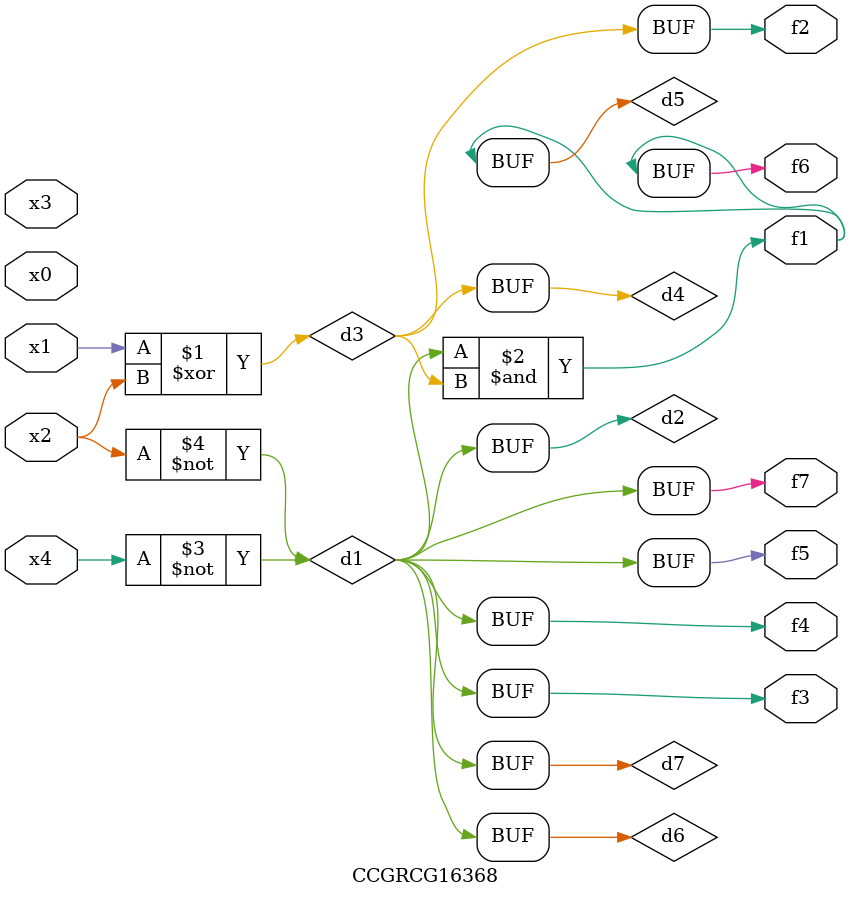
<source format=v>
module CCGRCG16368(
	input x0, x1, x2, x3, x4,
	output f1, f2, f3, f4, f5, f6, f7
);

	wire d1, d2, d3, d4, d5, d6, d7;

	not (d1, x4);
	not (d2, x2);
	xor (d3, x1, x2);
	buf (d4, d3);
	and (d5, d1, d3);
	buf (d6, d1, d2);
	buf (d7, d2);
	assign f1 = d5;
	assign f2 = d4;
	assign f3 = d7;
	assign f4 = d7;
	assign f5 = d7;
	assign f6 = d5;
	assign f7 = d7;
endmodule

</source>
